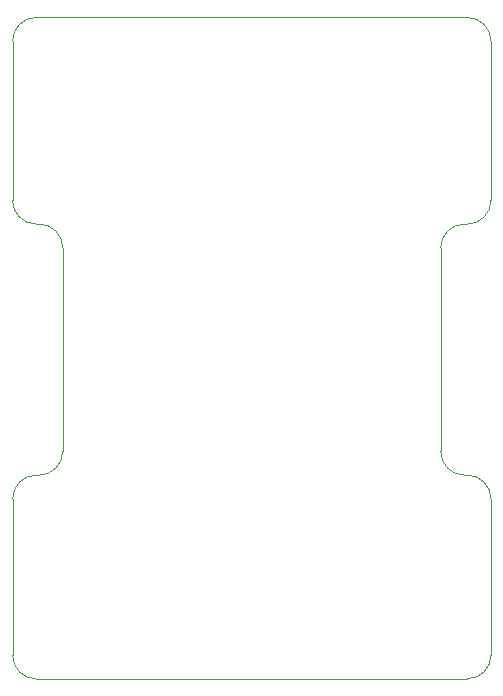
<source format=gko>
%TF.GenerationSoftware,KiCad,Pcbnew,(5.99.0-6613-ge739d5ba65)*%
%TF.CreationDate,2020-11-02T18:56:01+01:00*%
%TF.ProjectId,e28_tx,6532385f-7478-42e6-9b69-6361645f7063,rev?*%
%TF.SameCoordinates,PX5f5e100PY8f0d180*%
%TF.FileFunction,Profile,NP*%
%FSLAX46Y46*%
G04 Gerber Fmt 4.6, Leading zero omitted, Abs format (unit mm)*
G04 Created by KiCad (PCBNEW (5.99.0-6613-ge739d5ba65)) date 2020-11-02 18:56:01*
%MOMM*%
%LPD*%
G01*
G04 APERTURE LIST*
%TA.AperFunction,Profile*%
%ADD10C,0.100000*%
%TD*%
G04 APERTURE END LIST*
D10*
X38500000Y17250000D02*
G75*
G02*
X40500000Y15250000I0J-2000000D01*
G01*
X40500000Y40500000D02*
X40500000Y54000000D01*
X2000000Y0D02*
X38500000Y0D01*
X40500000Y2000000D02*
G75*
G02*
X38500000Y0I-2000000J0D01*
G01*
X2250000Y38500000D02*
G75*
G02*
X4250000Y36500000I0J-2000000D01*
G01*
X40500000Y2000000D02*
X40500000Y15250000D01*
X2000000Y0D02*
G75*
G02*
X0Y2000000I0J2000000D01*
G01*
X2250000Y38500000D02*
X2000000Y38500000D01*
X38500000Y17250000D02*
X38250000Y17250000D01*
X38500000Y56000000D02*
X2000000Y56000000D01*
X38500000Y56000000D02*
G75*
G02*
X40500000Y54000000I0J-2000000D01*
G01*
X0Y2000000D02*
X0Y15250000D01*
X38250000Y17250000D02*
G75*
G02*
X36250000Y19250000I0J2000000D01*
G01*
X0Y54000000D02*
X0Y40500000D01*
X36250000Y19250000D02*
X36250000Y36500000D01*
X2000000Y17250000D02*
X2250000Y17250000D01*
X2000000Y38500000D02*
G75*
G02*
X0Y40500000I0J2000000D01*
G01*
X36250000Y36500000D02*
G75*
G02*
X38250000Y38500000I2000000J0D01*
G01*
X0Y54000000D02*
G75*
G02*
X2000000Y56000000I2000000J0D01*
G01*
X40500000Y40500000D02*
G75*
G02*
X38500000Y38500000I-2000000J0D01*
G01*
X4250000Y36500000D02*
X4250000Y19250000D01*
X0Y15250000D02*
G75*
G02*
X2000000Y17250000I2000000J0D01*
G01*
X4250000Y19250000D02*
G75*
G02*
X2250000Y17250000I-2000000J0D01*
G01*
X38250000Y38500000D02*
X38500000Y38500000D01*
M02*

</source>
